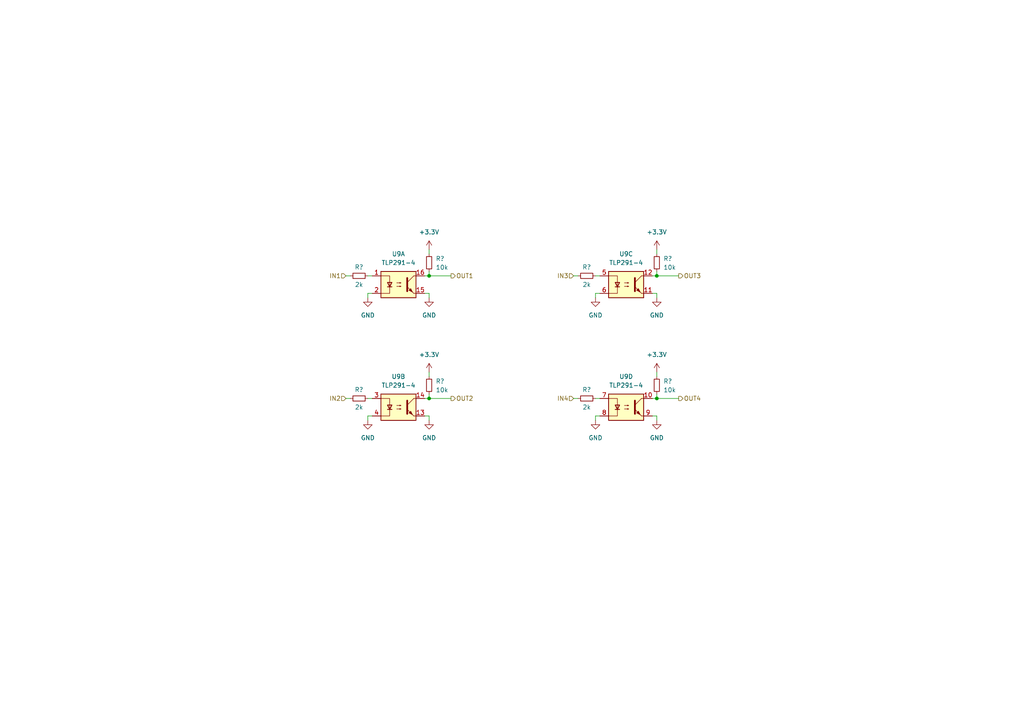
<source format=kicad_sch>
(kicad_sch (version 20230121) (generator eeschema)
  (paper "A4")
  (title_block (title "Safety Input") (date "2023-11-02") (rev "${REVISION}") (company "Author: I. Kajdan") (comment 1 "Reviewer:"))
  (lib_symbols
    (symbol "Device:R_Small" (pin_numbers hide) (pin_names (offset 0.254) hide)
      (property "Reference" "R" (at 0.762 0.508 0))
      (property "Value" "R_Small" (at 0.762 -1.016 0))
      (symbol "R_Small_0_1"
        (rectangle (start -0.762 1.778) (end 0.762 -1.778) (stroke (width 0.2032)))
      )
      (symbol "R_Small_1_1"
        (pin passive line (at 0 2.54 270) (length 0.762) (name "~") (number "1"))
        (pin passive line (at 0 -2.54 90) (length 0.762) (name "~") (number "2"))
      )
    )
    (symbol "Isolator:TLP291-4"
      (property "Reference" "U" (at -5.08 5.08 0))
      (property "Value" "TLP291-4" (at 0 5.08 0))
      (symbol "TLP291-4_0_1"
        (rectangle (start -5.08 3.81) (end 5.08 -3.81) (stroke (width 0.254)) (fill (type background)))
        (polyline (pts (xy -3.175 -0.635) (xy -1.905 -0.635)) (stroke (width 0.254)))
        (polyline (pts (xy 2.54 0.635) (xy 4.445 2.54)))
        (polyline (pts (xy 4.445 -2.54) (xy 2.54 -0.635)) (fill (type outline)))
        (polyline (pts (xy 4.445 -2.54) (xy 5.08 -2.54)))
        (polyline (pts (xy 4.445 2.54) (xy 5.08 2.54)))
        (polyline (pts (xy -5.08 2.54) (xy -2.54 2.54) (xy -2.54 0.635)))
        (polyline (pts (xy -2.54 0.635) (xy -2.54 -2.54) (xy -5.08 -2.54)))
        (polyline (pts (xy 2.54 1.905) (xy 2.54 -1.905) (xy 2.54 -1.905)) (stroke (width 0.508)))
        (polyline (pts (xy -2.54 -0.635) (xy -3.175 0.635) (xy -1.905 0.635) (xy -2.54 -0.635)) (stroke (width 0.254)))
        (polyline (pts (xy -0.508 -0.508) (xy 0.762 -0.508) (xy 0.381 -0.635) (xy 0.381 -0.381) (xy 0.762 -0.508)))
        (polyline (pts (xy -0.508 0.508) (xy 0.762 0.508) (xy 0.381 0.381) (xy 0.381 0.635) (xy 0.762 0.508)))
        (polyline (pts (xy 3.048 -1.651) (xy 3.556 -1.143) (xy 4.064 -2.159) (xy 3.048 -1.651) (xy 3.048 -1.651)) (fill (type outline)))
      )
      (symbol "TLP291-4_1_1"
        (pin passive line (at -7.62 2.54 0) (length 2.54) (name "~") (number "1"))
        (pin passive line (at 7.62 -2.54 180) (length 2.54) (name "~") (number "15"))
        (pin passive line (at 7.62 2.54 180) (length 2.54) (name "~") (number "16"))
        (pin passive line (at -7.62 -2.54 0) (length 2.54) (name "~") (number "2"))
      )
      (symbol "TLP291-4_2_1"
        (pin passive line (at 7.62 -2.54 180) (length 2.54) (name "~") (number "13"))
        (pin passive line (at 7.62 2.54 180) (length 2.54) (name "~") (number "14"))
        (pin passive line (at -7.62 2.54 0) (length 2.54) (name "~") (number "3"))
        (pin passive line (at -7.62 -2.54 0) (length 2.54) (name "~") (number "4"))
      )
      (symbol "TLP291-4_3_1"
        (pin passive line (at 7.62 -2.54 180) (length 2.54) (name "~") (number "11"))
        (pin passive line (at 7.62 2.54 180) (length 2.54) (name "~") (number "12"))
        (pin passive line (at -7.62 2.54 0) (length 2.54) (name "~") (number "5"))
        (pin passive line (at -7.62 -2.54 0) (length 2.54) (name "~") (number "6"))
      )
      (symbol "TLP291-4_4_1"
        (pin passive line (at 7.62 2.54 180) (length 2.54) (name "~") (number "10"))
        (pin passive line (at -7.62 2.54 0) (length 2.54) (name "~") (number "7"))
        (pin passive line (at -7.62 -2.54 0) (length 2.54) (name "~") (number "8"))
        (pin passive line (at 7.62 -2.54 180) (length 2.54) (name "~") (number "9"))
      )
    )
    (symbol "power:+3.3V" (power) (pin_names (offset 0))
      (property "Value" "+3.3V" (at 0 3.556 0))
      (symbol "+3.3V_0_1"
        (polyline (pts (xy -0.762 1.27) (xy 0 2.54)))
        (polyline (pts (xy 0 0) (xy 0 2.54)))
        (polyline (pts (xy 0 2.54) (xy 0.762 1.27)))
      )
      (symbol "+3.3V_1_1"
        (pin power_in line (at 0 0 90) (length 0) hide (name "+3.3V") (number "1"))
      )
    )
    (symbol "power:GND" (power) (pin_names (offset 0))
      (property "Value" "GND" (at 0 -3.81 0))
      (symbol "GND_0_1"
        (polyline (pts (xy 0 0) (xy 0 -1.27) (xy 1.27 -1.27) (xy 0 -2.54) (xy -1.27 -1.27) (xy 0 -1.27)))
      )
      (symbol "GND_1_1"
        (pin power_in line (at 0 0 270) (length 0) hide (name "GND") (number "1"))
      )
    )
  )
  (junction (at 124.46 115.57))
  (junction (at 124.46 80.01))
  (junction (at 190.5 115.57))
  (junction (at 190.5 80.01))
  (wire (pts (xy 106.68 85.09) (xy 107.95 85.09)))
  (wire (pts (xy 100.33 80.01) (xy 101.6 80.01)))
  (wire (pts (xy 190.5 80.01) (xy 189.23 80.01)))
  (wire (pts (xy 190.5 114.3) (xy 190.5 115.57)))
  (wire (pts (xy 172.72 115.57) (xy 173.99 115.57)))
  (wire (pts (xy 106.68 121.92) (xy 106.68 120.65)))
  (wire (pts (xy 124.46 85.09) (xy 124.46 86.36)))
  (wire (pts (xy 172.72 85.09) (xy 173.99 85.09)))
  (wire (pts (xy 190.5 115.57) (xy 189.23 115.57)))
  (wire (pts (xy 189.23 85.09) (xy 190.5 85.09)))
  (wire (pts (xy 124.46 107.95) (xy 124.46 109.22)))
  (wire (pts (xy 100.33 115.57) (xy 101.6 115.57)))
  (wire (pts (xy 172.72 86.36) (xy 172.72 85.09)))
  (wire (pts (xy 172.72 120.65) (xy 173.99 120.65)))
  (wire (pts (xy 106.68 115.57) (xy 107.95 115.57)))
  (wire (pts (xy 124.46 80.01) (xy 130.81 80.01)))
  (wire (pts (xy 123.19 85.09) (xy 124.46 85.09)))
  (wire (pts (xy 124.46 120.65) (xy 124.46 121.92)))
  (wire (pts (xy 166.37 115.57) (xy 167.64 115.57)))
  (wire (pts (xy 124.46 72.39) (xy 124.46 73.66)))
  (wire (pts (xy 190.5 80.01) (xy 196.85 80.01)))
  (wire (pts (xy 124.46 114.3) (xy 124.46 115.57)))
  (wire (pts (xy 124.46 78.74) (xy 124.46 80.01)))
  (wire (pts (xy 172.72 80.01) (xy 173.99 80.01)))
  (wire (pts (xy 106.68 120.65) (xy 107.95 120.65)))
  (wire (pts (xy 190.5 78.74) (xy 190.5 80.01)))
  (wire (pts (xy 106.68 86.36) (xy 106.68 85.09)))
  (wire (pts (xy 166.37 80.01) (xy 167.64 80.01)))
  (wire (pts (xy 124.46 115.57) (xy 123.19 115.57)))
  (wire (pts (xy 190.5 120.65) (xy 190.5 121.92)))
  (wire (pts (xy 190.5 72.39) (xy 190.5 73.66)))
  (wire (pts (xy 189.23 120.65) (xy 190.5 120.65)))
  (wire (pts (xy 190.5 107.95) (xy 190.5 109.22)))
  (wire (pts (xy 124.46 115.57) (xy 130.81 115.57)))
  (wire (pts (xy 124.46 80.01) (xy 123.19 80.01)))
  (wire (pts (xy 172.72 121.92) (xy 172.72 120.65)))
  (wire (pts (xy 190.5 115.57) (xy 196.85 115.57)))
  (wire (pts (xy 190.5 85.09) (xy 190.5 86.36)))
  (wire (pts (xy 123.19 120.65) (xy 124.46 120.65)))
  (wire (pts (xy 106.68 80.01) (xy 107.95 80.01)))
  (hierarchical_label "OUT1" (shape output) (at 130.81 80.01 0))
  (hierarchical_label "IN1" (shape input) (at 100.33 80.01 180))
  (hierarchical_label "IN3" (shape input) (at 166.37 80.01 180))
  (hierarchical_label "OUT4" (shape output) (at 196.85 115.57 0))
  (hierarchical_label "IN2" (shape input) (at 100.33 115.57 180))
  (hierarchical_label "OUT2" (shape output) (at 130.81 115.57 0))
  (hierarchical_label "IN4" (shape input) (at 166.37 115.57 180))
  (hierarchical_label "OUT3" (shape output) (at 196.85 80.01 0))
  (symbol (lib_id "Device:R_Small") (at 124.46 111.76 180) (unit 1)
    (property "Reference" "R?" (at 126.365 109.855 0) (effects (justify right bottom)))
    (property "Value" "10k" (at 126.365 112.395 0) (effects (justify right bottom)))
    (property "Footprint" "Resistor_SMD:R_0603_1608Metric" (effects hide))
    (instances (project "rearbox" (path "" (reference "R?") (unit 1)) (path "" (reference "R75") (unit 1)) (path "" (reference "R49") (unit 1)) (path "" (reference "R57") (unit 1)) (path "" (reference "R65") (unit 1))))
  )
  (symbol (lib_id "Isolator:TLP291-4") (at 115.57 82.55 0) (unit 1)
    (property "Reference" "U9" (at 115.57 73.66 0))
    (property "Value" "TLP291-4" (at 115.57 76.2 0))
    (property "Footprint" "Package_SO:SOIC-16_4.55x10.3mm_P1.27mm" (effects hide))
    (property "Datasheet" "https://toshiba.semicon-storage.com/info/docget.jsp?did=12858&prodName=TLP291-4" (effects hide))
    (instances (project "rearbox" (path "" (reference "U9") (unit 1)) (path "" (reference "U10") (unit 1)) (path "" (reference "U11") (unit 1)) (path "" (reference "U12") (unit 1))))
  )
  (symbol (lib_id "Device:R_Small") (at 170.18 115.57 90) (unit 1)
    (property "Reference" "R?" (at 170.18 113.03 90))
    (property "Value" "2k" (at 170.18 118.11 90))
    (property "Footprint" "Resistor_SMD:R_0603_1608Metric" (effects hide))
    (instances (project "rearbox" (path "" (reference "R?") (unit 1)) (path "" (reference "R78") (unit 1)) (path "" (reference "R51") (unit 1)) (path "" (reference "R59") (unit 1)) (path "" (reference "R67") (unit 1))))
  )
  (symbol (lib_id "Device:R_Small") (at 190.5 76.2 180) (unit 1)
    (property "Reference" "R?" (at 192.405 74.295 0) (effects (justify right bottom)))
    (property "Value" "10k" (at 192.405 76.835 0) (effects (justify right bottom)))
    (property "Footprint" "Resistor_SMD:R_0603_1608Metric" (effects hide))
    (instances (project "rearbox" (path "" (reference "R?") (unit 1)) (path "" (reference "R79") (unit 1)) (path "" (reference "R52") (unit 1)) (path "" (reference "R60") (unit 1)) (path "" (reference "R68") (unit 1))))
  )
  (symbol (lib_id "power:GND") (at 172.72 121.92 0) (unit 1)
    (property "Reference" "#PWR?" (effects hide))
    (property "Value" "GND" (at 172.72 127 0))
    (instances (project "rearbox" (path "" (reference "#PWR?") (unit 1)) (path "" (reference "#PWR0111") (unit 1)) (path "" (reference "#PWR0117") (unit 1)) (path "" (reference "#PWR0129") (unit 1)) (path "" (reference "#PWR0141") (unit 1))))
  )
  (symbol (lib_id "power:GND") (at 190.5 121.92 0) (unit 1)
    (property "Reference" "#PWR?" (effects hide))
    (property "Value" "GND" (at 190.5 127 0))
    (instances (project "rearbox" (path "" (reference "#PWR?") (unit 1)) (path "" (reference "#PWR0115") (unit 1)) (path "" (reference "#PWR0121") (unit 1)) (path "" (reference "#PWR0133") (unit 1)) (path "" (reference "#PWR0145") (unit 1))))
  )
  (symbol (lib_id "power:GND") (at 124.46 86.36 0) (unit 1)
    (property "Reference" "#PWR?" (effects hide))
    (property "Value" "GND" (at 124.46 91.44 0))
    (instances (project "rearbox" (path "" (reference "#PWR?") (unit 1)) (path "" (reference "#PWR0103") (unit 1)) (path "" (reference "#PWR0113") (unit 1)) (path "" (reference "#PWR0125") (unit 1)) (path "" (reference "#PWR0137") (unit 1))))
  )
  (symbol (lib_id "Isolator:TLP291-4") (at 115.57 118.11 0) (unit 2)
    (property "Reference" "U9" (at 115.57 109.22 0))
    (property "Value" "TLP291-4" (at 115.57 111.76 0))
    (property "Footprint" "Package_SO:SOIC-16_4.55x10.3mm_P1.27mm" (effects hide))
    (property "Datasheet" "https://toshiba.semicon-storage.com/info/docget.jsp?did=12858&prodName=TLP291-4" (effects hide))
    (instances (project "rearbox" (path "" (reference "U9") (unit 2)) (path "" (reference "U10") (unit 2)) (path "" (reference "U11") (unit 2)) (path "" (reference "U12") (unit 2))))
  )
  (symbol (lib_id "power:GND") (at 124.46 121.92 0) (unit 1)
    (property "Reference" "#PWR?" (effects hide))
    (property "Value" "GND" (at 124.46 127 0))
    (instances (project "rearbox" (path "" (reference "#PWR?") (unit 1)) (path "" (reference "#PWR0105") (unit 1)) (path "" (reference "#PWR0115") (unit 1)) (path "" (reference "#PWR0127") (unit 1)) (path "" (reference "#PWR0139") (unit 1))))
  )
  (symbol (lib_id "power:+3.3V") (at 190.5 107.95 0) (unit 1)
    (property "Reference" "#PWR?" (effects hide))
    (property "Value" "+3.3V" (at 190.5 102.87 0))
    (instances (project "rearbox" (path "" (reference "#PWR?") (unit 1)) (path "" (reference "#PWR0114") (unit 1)) (path "" (reference "#PWR0120") (unit 1)) (path "" (reference "#PWR0132") (unit 1)) (path "" (reference "#PWR0144") (unit 1))))
  )
  (symbol (lib_id "power:+3.3V") (at 124.46 107.95 0) (unit 1)
    (property "Reference" "#PWR?" (effects hide))
    (property "Value" "+3.3V" (at 124.46 102.87 0))
    (instances (project "rearbox" (path "" (reference "#PWR?") (unit 1)) (path "" (reference "#PWR0104") (unit 1)) (path "" (reference "#PWR0114") (unit 1)) (path "" (reference "#PWR0126") (unit 1)) (path "" (reference "#PWR0138") (unit 1))))
  )
  (symbol (lib_id "power:GND") (at 106.68 86.36 0) (unit 1)
    (property "Reference" "#PWR?" (effects hide))
    (property "Value" "GND" (at 106.68 91.44 0))
    (instances (project "rearbox" (path "" (reference "#PWR?") (unit 1)) (path "" (reference "#PWR0100") (unit 1)) (path "" (reference "#PWR0110") (unit 1)) (path "" (reference "#PWR0122") (unit 1)) (path "" (reference "#PWR0134") (unit 1))))
  )
  (symbol (lib_id "Isolator:TLP291-4") (at 181.61 118.11 0) (unit 4)
    (property "Reference" "U9" (at 181.61 109.22 0))
    (property "Value" "TLP291-4" (at 181.61 111.76 0))
    (property "Footprint" "Package_SO:SOIC-16_4.55x10.3mm_P1.27mm" (effects hide))
    (property "Datasheet" "https://toshiba.semicon-storage.com/info/docget.jsp?did=12858&prodName=TLP291-4" (effects hide))
    (instances (project "rearbox" (path "" (reference "U9") (unit 4)) (path "" (reference "U10") (unit 4)) (path "" (reference "U11") (unit 4)) (path "" (reference "U12") (unit 4))))
  )
  (symbol (lib_id "Device:R_Small") (at 124.46 76.2 180) (unit 1)
    (property "Reference" "R?" (at 126.365 74.295 0) (effects (justify right bottom)))
    (property "Value" "10k" (at 126.365 76.835 0) (effects (justify right bottom)))
    (property "Footprint" "Resistor_SMD:R_0603_1608Metric" (effects hide))
    (instances (project "rearbox" (path "" (reference "R?") (unit 1)) (path "" (reference "R74") (unit 1)) (path "" (reference "R48") (unit 1)) (path "" (reference "R56") (unit 1)) (path "" (reference "R64") (unit 1))))
  )
  (symbol (lib_id "power:GND") (at 190.5 86.36 0) (unit 1)
    (property "Reference" "#PWR?" (effects hide))
    (property "Value" "GND" (at 190.5 91.44 0))
    (instances (project "rearbox" (path "" (reference "#PWR?") (unit 1)) (path "" (reference "#PWR0113") (unit 1)) (path "" (reference "#PWR0119") (unit 1)) (path "" (reference "#PWR0131") (unit 1)) (path "" (reference "#PWR0143") (unit 1))))
  )
  (symbol (lib_id "Device:R_Small") (at 104.14 80.01 90) (unit 1)
    (property "Reference" "R?" (at 104.14 77.47 90))
    (property "Value" "2k" (at 104.14 82.55 90))
    (property "Footprint" "Resistor_SMD:R_0603_1608Metric" (effects hide))
    (instances (project "rearbox" (path "" (reference "R?") (unit 1)) (path "" (reference "R72") (unit 1)) (path "" (reference "R46") (unit 1)) (path "" (reference "R54") (unit 1)) (path "" (reference "R62") (unit 1))))
  )
  (symbol (lib_id "Isolator:TLP291-4") (at 181.61 82.55 0) (unit 3)
    (property "Reference" "U9" (at 181.61 73.66 0))
    (property "Value" "TLP291-4" (at 181.61 76.2 0))
    (property "Footprint" "Package_SO:SOIC-16_4.55x10.3mm_P1.27mm" (effects hide))
    (property "Datasheet" "https://toshiba.semicon-storage.com/info/docget.jsp?did=12858&prodName=TLP291-4" (effects hide))
    (instances (project "rearbox" (path "" (reference "U9") (unit 3)) (path "" (reference "U10") (unit 3)) (path "" (reference "U11") (unit 3)) (path "" (reference "U12") (unit 3))))
  )
  (symbol (lib_id "power:GND") (at 106.68 121.92 0) (unit 1)
    (property "Reference" "#PWR?" (effects hide))
    (property "Value" "GND" (at 106.68 127 0))
    (instances (project "rearbox" (path "" (reference "#PWR?") (unit 1)) (path "" (reference "#PWR0101") (unit 1)) (path "" (reference "#PWR0111") (unit 1)) (path "" (reference "#PWR0123") (unit 1)) (path "" (reference "#PWR0135") (unit 1))))
  )
  (symbol (lib_id "Device:R_Small") (at 104.14 115.57 90) (unit 1)
    (property "Reference" "R?" (at 104.14 113.03 90))
    (property "Value" "2k" (at 104.14 118.11 90))
    (property "Footprint" "Resistor_SMD:R_0603_1608Metric" (effects hide))
    (instances (project "rearbox" (path "" (reference "R?") (unit 1)) (path "" (reference "R73") (unit 1)) (path "" (reference "R47") (unit 1)) (path "" (reference "R55") (unit 1)) (path "" (reference "R63") (unit 1))))
  )
  (symbol (lib_id "power:+3.3V") (at 124.46 72.39 0) (unit 1)
    (property "Reference" "#PWR?" (effects hide))
    (property "Value" "+3.3V" (at 124.46 67.31 0))
    (instances (project "rearbox" (path "" (reference "#PWR?") (unit 1)) (path "" (reference "#PWR0102") (unit 1)) (path "" (reference "#PWR0112") (unit 1)) (path "" (reference "#PWR0124") (unit 1)) (path "" (reference "#PWR0136") (unit 1))))
  )
  (symbol (lib_id "power:+3.3V") (at 190.5 72.39 0) (unit 1)
    (property "Reference" "#PWR?" (effects hide))
    (property "Value" "+3.3V" (at 190.5 67.31 0))
    (instances (project "rearbox" (path "" (reference "#PWR?") (unit 1)) (path "" (reference "#PWR0112") (unit 1)) (path "" (reference "#PWR0118") (unit 1)) (path "" (reference "#PWR0130") (unit 1)) (path "" (reference "#PWR0142") (unit 1))))
  )
  (symbol (lib_id "Device:R_Small") (at 190.5 111.76 180) (unit 1)
    (property "Reference" "R?" (at 192.405 109.855 0) (effects (justify right bottom)))
    (property "Value" "10k" (at 192.405 112.395 0) (effects (justify right bottom)))
    (property "Footprint" "Resistor_SMD:R_0603_1608Metric" (effects hide))
    (instances (project "rearbox" (path "" (reference "R?") (unit 1)) (path "" (reference "R80") (unit 1)) (path "" (reference "R53") (unit 1)) (path "" (reference "R61") (unit 1)) (path "" (reference "R69") (unit 1))))
  )
  (symbol (lib_id "power:GND") (at 172.72 86.36 0) (unit 1)
    (property "Reference" "#PWR?" (effects hide))
    (property "Value" "GND" (at 172.72 91.44 0))
    (instances (project "rearbox" (path "" (reference "#PWR?") (unit 1)) (path "" (reference "#PWR0110") (unit 1)) (path "" (reference "#PWR0116") (unit 1)) (path "" (reference "#PWR0128") (unit 1)) (path "" (reference "#PWR0140") (unit 1))))
  )
  (symbol (lib_id "Device:R_Small") (at 170.18 80.01 90) (unit 1)
    (property "Reference" "R?" (at 170.18 77.47 90))
    (property "Value" "2k" (at 170.18 82.55 90))
    (property "Footprint" "Resistor_SMD:R_0603_1608Metric" (effects hide))
    (instances (project "rearbox" (path "" (reference "R?") (unit 1)) (path "" (reference "R77") (unit 1)) (path "" (reference "R50") (unit 1)) (path "" (reference "R58") (unit 1)) (path "" (reference "R66") (unit 1))))
  )
)
</source>
